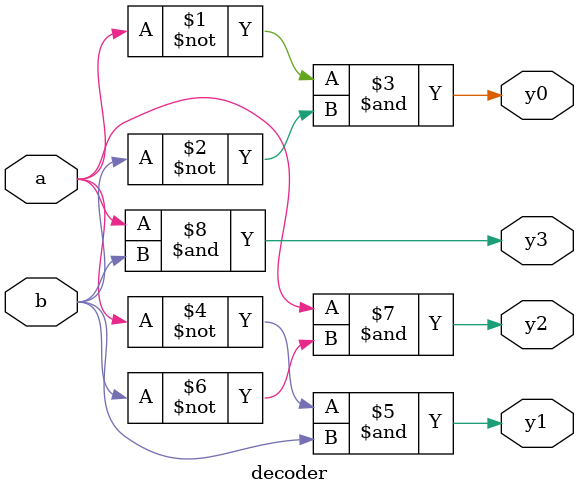
<source format=sv>
module decoder(a,b,y0,y1,y2,y3);
  input  a,b; 
  output y0,y1,y2,y3;
  
  wire y0 = (~a)&(~b);
  wire y1 = (~a)&b;
  wire y2 = a&(~b);
  wire y3 = a&b;
    
endmodule


</source>
